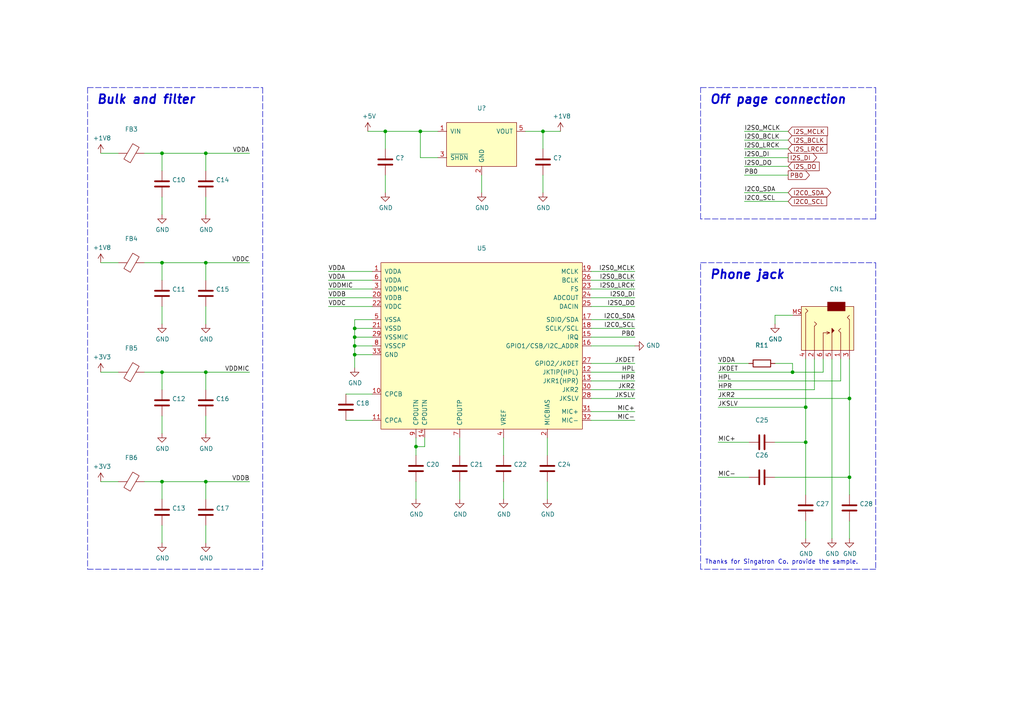
<source format=kicad_sch>
(kicad_sch (version 20211123) (generator eeschema)
  (paper "A4")
  (title_block (title "NuDAC") (date "2021-06-02") (rev "1.0.0") (company "DANCHOUZHOU") (comment 1 "Copyright © Danny Chou, all rights reserved.") (comment 2 "danchouzhou@gmail.com"))
  (lib_symbols
    (symbol "2SJ3080-000111F:2SJ3080-000111F" (pin_names (offset 1.016) hide)
      (property "Reference" "CN" (at 6.35 8.89 0))
      (property "Value" "2SJ3080-000111F" (at 6.35 6.35 0))
      (symbol "2SJ3080-000111F_0_1"
        (rectangle (start -1.27 2.54) (end 1.27 -2.54) (fill (type outline)))
        (polyline (pts (xy 1.905 -8.89) (xy 12.7 -8.89)))
        (polyline (pts (xy 3.81 3.81) (xy 12.7 3.81)))
        (polyline (pts (xy 5.715 -6.35) (xy 12.7 -6.35)))
        (polyline (pts (xy 6.35 -1.27) (xy 7.62 -1.27)) (stroke (width 0.2032)))
        (polyline (pts (xy 7.62 -3.81) (xy 12.7 -3.81)))
        (polyline (pts (xy 7.62 -1.905) (xy 8.001 -2.794)))
        (polyline (pts (xy 7.62 -1.27) (xy 12.7 -1.27)))
        (polyline (pts (xy 7.62 1.27) (xy 12.7 1.27)))
        (polyline (pts (xy 0.635 -8.89) (xy 1.27 -8.255) (xy 1.905 -8.89)))
        (polyline (pts (xy 2.54 3.81) (xy 3.175 3.175) (xy 3.81 3.81)))
        (polyline (pts (xy 4.445 -6.35) (xy 5.08 -5.715) (xy 5.715 -6.35)))
        (polyline (pts (xy 6.35 -1.27) (xy 6.985 -0.635) (xy 7.62 -1.27)) (fill (type outline)))
        (polyline (pts (xy 6.35 1.27) (xy 6.985 0.635) (xy 7.62 1.27)))
        (polyline (pts (xy 7.62 -3.81) (xy 7.62 -1.905) (xy 7.239 -2.794)))
        (rectangle (start 0 5.08) (end 12.7 -10.16) (fill (type background)))
      )
      (symbol "2SJ3080-000111F_1_1"
        (pin passive line (at 15.24 1.27 180) (length 2.54) (name "1") (number "1"))
        (pin passive line (at 15.24 -6.35 180) (length 2.54) (name "2") (number "2"))
        (pin passive line (at 15.24 3.81 180) (length 2.54) (name "3") (number "3"))
        (pin passive line (at 15.24 -8.89 180) (length 2.54) (name "4") (number "4"))
        (pin passive line (at 15.24 -1.27 180) (length 2.54) (name "5") (number "5"))
        (pin passive line (at 15.24 -3.81 180) (length 2.54) (name "6") (number "6"))
        (pin passive line (at 2.54 -12.7 90) (length 2.54) (name "MS") (number "MS"))
      )
    )
    (symbol "Device:C" (pin_numbers hide) (pin_names (offset 0.254))
      (property "Reference" "C" (at 0.635 2.54 0))
      (property "Value" "C" (at 0.635 -2.54 0))
      (symbol "C_0_1"
        (polyline (pts (xy -2.032 -0.762) (xy 2.032 -0.762)) (stroke (width 0.508)))
        (polyline (pts (xy -2.032 0.762) (xy 2.032 0.762)) (stroke (width 0.508)))
      )
      (symbol "C_1_1"
        (pin passive line (at 0 3.81 270) (length 2.794) (name "~") (number "1"))
        (pin passive line (at 0 -3.81 90) (length 2.794) (name "~") (number "2"))
      )
    )
    (symbol "Device:R" (pin_numbers hide) (pin_names (offset 0))
      (property "Reference" "R" (at 2.032 0 90))
      (property "Value" "R" (at 0 0 90))
      (symbol "R_0_1"
        (rectangle (start -1.016 -2.54) (end 1.016 2.54) (stroke (width 0.254)))
      )
      (symbol "R_1_1"
        (pin passive line (at 0 3.81 270) (length 1.27) (name "~") (number "1"))
        (pin passive line (at 0 -3.81 90) (length 1.27) (name "~") (number "2"))
      )
    )
    (symbol "MCP1811:MCP1812AT-018_OT" (pin_names (offset 1.016))
      (property "Reference" "U" (at 0 10.16 0))
      (property "Value" "MCP1812AT-018_OT" (at 0 7.62 0))
      (symbol "MCP1812AT-018_OT_0_0"
        (pin power_in line (at -12.7 3.81 0) (length 2.54) (name "VIN") (number "1"))
        (pin power_in line (at 0 -8.89 90) (length 2.54) (name "GND") (number "2"))
        (pin input line (at -12.7 -3.81 0) (length 2.54) (name "~{SHDN}") (number "3"))
        (pin output line (at 12.7 3.81 180) (length 2.54) (name "VOUT") (number "5"))
      )
      (symbol "MCP1812AT-018_OT_0_1"
        (rectangle (start -10.16 6.35) (end 10.16 -6.35) (fill (type background)))
      )
    )
    (symbol "NAU88L25YGB:NAU88L25YGB" (pin_names (offset 1.016))
      (property "Reference" "U" (at 0 27.94 0))
      (property "Value" "NAU88L25YGB" (at 0 25.4 0))
      (symbol "NAU88L25YGB_0_0"
        (pin bidirectional line (at -31.75 -13.97 0) (length 2.54) (name "CPCB") (number "10"))
        (pin bidirectional line (at -31.75 -21.59 0) (length 2.54) (name "CPCA") (number "11"))
        (pin output line (at 31.75 -7.62 180) (length 2.54) (name "JKTIP(HPL)") (number "12"))
        (pin output line (at 31.75 -10.16 180) (length 2.54) (name "JKR1(HPR)") (number "13"))
        (pin output line (at -16.51 -26.67 90) (length 2.54) (name "CPOUTN") (number "14"))
        (pin output line (at 31.75 2.54 180) (length 2.54) (name "IRQ") (number "15"))
        (pin bidirectional line (at 31.75 0 180) (length 2.54) (name "GPIO1/CSB/I2C_ADDR") (number "16"))
        (pin bidirectional line (at 31.75 7.62 180) (length 2.54) (name "SDIO/SDA") (number "17"))
        (pin input line (at 31.75 5.08 180) (length 2.54) (name "SCLK/SCL") (number "18"))
        (pin input line (at 31.75 21.59 180) (length 2.54) (name "MCLK") (number "19"))
        (pin power_in line (at -31.75 13.97 0) (length 2.54) (name "VDDB") (number "20"))
        (pin power_in line (at -31.75 5.08 0) (length 2.54) (name "VSSD") (number "21"))
        (pin power_in line (at -31.75 11.43 0) (length 2.54) (name "VDDC") (number "22"))
        (pin input line (at 31.75 16.51 180) (length 2.54) (name "FS") (number "23"))
        (pin output line (at 31.75 13.97 180) (length 2.54) (name "ADCOUT") (number "24"))
        (pin input line (at 31.75 11.43 180) (length 2.54) (name "DACIN") (number "25"))
        (pin input line (at 31.75 19.05 180) (length 2.54) (name "BCLK") (number "26"))
        (pin input line (at 31.75 -5.08 180) (length 2.54) (name "GPIO2/JKDET") (number "27"))
        (pin output line (at 31.75 -15.24 180) (length 2.54) (name "JKSLV") (number "28"))
        (pin power_in line (at -31.75 2.54 0) (length 2.54) (name "VSSMIC") (number "29"))
        (pin output line (at 31.75 -12.7 180) (length 2.54) (name "JKR2") (number "30"))
        (pin input line (at 31.75 -19.05 180) (length 2.54) (name "MIC+") (number "31"))
        (pin input line (at 31.75 -21.59 180) (length 2.54) (name "MIC-") (number "32"))
      )
      (symbol "NAU88L25YGB_0_1"
        (rectangle (start -29.21 24.13) (end 29.21 -24.13) (fill (type background)))
      )
      (symbol "NAU88L25YGB_1_1"
        (pin power_in line (at -31.75 21.59 0) (length 2.54) (name "VDDA") (number "1"))
        (pin output line (at 19.05 -26.67 90) (length 2.54) (name "MICBIAS") (number "2"))
        (pin power_in line (at -31.75 16.51 0) (length 2.54) (name "VDDMIC") (number "3"))
        (pin power_in line (at -31.75 -2.54 0) (length 2.54) (name "GND") (number "33"))
        (pin output line (at 6.35 -26.67 90) (length 2.54) (name "VREF") (number "4"))
        (pin power_in line (at -31.75 7.62 0) (length 2.54) (name "VSSA") (number "5"))
        (pin power_in line (at -31.75 19.05 0) (length 2.54) (name "VDDA") (number "6"))
        (pin output line (at -6.35 -26.67 90) (length 2.54) (name "CPOUTP") (number "7"))
        (pin power_in line (at -31.75 0 0) (length 2.54) (name "VSSCP") (number "8"))
        (pin output line (at -19.05 -26.67 90) (length 2.54) (name "CPOUTN") (number "9"))
      )
    )
    (symbol "NuDAC-rescue:+1V8-power" (power) (pin_names (offset 0))
      (property "Value" "+1V8-power" (at 0 3.556 0))
      (symbol "+1V8-power_0_1"
        (polyline (pts (xy -0.762 1.27) (xy 0 2.54)))
        (polyline (pts (xy 0 0) (xy 0 2.54)))
        (polyline (pts (xy 0 2.54) (xy 0.762 1.27)))
      )
      (symbol "+1V8-power_1_1"
        (pin power_in line (at 0 0 90) (length 0) hide (name "+1V8") (number "1"))
      )
    )
    (symbol "NuDAC-rescue:+5V-power" (power) (pin_names (offset 0))
      (property "Value" "+5V-power" (at 0 3.556 0))
      (symbol "+5V-power_0_1"
        (polyline (pts (xy -0.762 1.27) (xy 0 2.54)))
        (polyline (pts (xy 0 0) (xy 0 2.54)))
        (polyline (pts (xy 0 2.54) (xy 0.762 1.27)))
      )
      (symbol "+5V-power_1_1"
        (pin power_in line (at 0 0 90) (length 0) hide (name "+5V") (number "1"))
      )
    )
    (symbol "NuDAC-rescue:C-Device" (pin_numbers hide) (pin_names (offset 0.254))
      (property "Reference" "C" (at 0.635 2.54 0))
      (property "Value" "C-Device" (at 0.635 -2.54 0))
      (symbol "C-Device_0_1"
        (polyline (pts (xy -2.032 -0.762) (xy 2.032 -0.762)) (stroke (width 0.508)))
        (polyline (pts (xy -2.032 0.762) (xy 2.032 0.762)) (stroke (width 0.508)))
      )
      (symbol "C-Device_1_1"
        (pin passive line (at 0 3.81 270) (length 2.794) (name "~") (number "1"))
        (pin passive line (at 0 -3.81 90) (length 2.794) (name "~") (number "2"))
      )
    )
    (symbol "NuDAC-rescue:Ferrite_Bead-Device" (pin_numbers hide) (pin_names (offset 0))
      (property "Reference" "FB" (at -3.81 0.635 90))
      (property "Value" "Ferrite_Bead-Device" (at 3.81 0 90))
      (symbol "Ferrite_Bead-Device_0_1"
        (polyline (pts (xy 0 -1.27) (xy 0 -1.2192)))
        (polyline (pts (xy 0 1.27) (xy 0 1.2954)))
        (polyline (pts (xy -2.7686 0.4064) (xy -1.7018 2.2606) (xy 2.7686 -0.3048) (xy 1.6764 -2.159) (xy -2.7686 0.4064)))
      )
      (symbol "Ferrite_Bead-Device_1_1"
        (pin passive line (at 0 3.81 270) (length 2.54) (name "~") (number "1"))
        (pin passive line (at 0 -3.81 90) (length 2.54) (name "~") (number "2"))
      )
    )
    (symbol "NuDAC-rescue:GND-power" (power) (pin_names (offset 0))
      (property "Value" "GND-power" (at 0 -3.81 0))
      (symbol "GND-power_0_1"
        (polyline (pts (xy 0 0) (xy 0 -1.27) (xy 1.27 -1.27) (xy 0 -2.54) (xy -1.27 -1.27) (xy 0 -1.27)))
      )
      (symbol "GND-power_1_1"
        (pin power_in line (at 0 0 270) (length 0) hide (name "GND") (number "1"))
      )
    )
    (symbol "power:+3V3" (power) (pin_names (offset 0))
      (property "Value" "+3V3" (at 0 3.556 0))
      (symbol "+3V3_0_1"
        (polyline (pts (xy -0.762 1.27) (xy 0 2.54)))
        (polyline (pts (xy 0 0) (xy 0 2.54)))
        (polyline (pts (xy 0 2.54) (xy 0.762 1.27)))
      )
      (symbol "+3V3_1_1"
        (pin power_in line (at 0 0 90) (length 0) hide (name "+3V3") (number "1"))
      )
    )
    (symbol "power:GND" (power) (pin_names (offset 0))
      (property "Value" "GND" (at 0 -3.81 0))
      (symbol "GND_0_1"
        (polyline (pts (xy 0 0) (xy 0 -1.27) (xy 1.27 -1.27) (xy 0 -2.54) (xy -1.27 -1.27) (xy 0 -1.27)))
      )
      (symbol "GND_1_1"
        (pin power_in line (at 0 0 270) (length 0) hide (name "GND") (number "1"))
      )
    )
  )
  (junction (at 246.38 115.57))
  (junction (at 111.76 38.1))
  (junction (at 102.87 102.87))
  (junction (at 233.68 118.11))
  (junction (at 59.69 44.45))
  (junction (at 46.99 139.7))
  (junction (at 59.69 107.95))
  (junction (at 46.99 107.95))
  (junction (at 229.87 107.95))
  (junction (at 102.87 97.79))
  (junction (at 46.99 76.2))
  (junction (at 59.69 139.7))
  (junction (at 102.87 100.33))
  (junction (at 102.87 95.25))
  (junction (at 157.48 38.1))
  (junction (at 120.65 129.54))
  (junction (at 233.68 128.27))
  (junction (at 246.38 138.43))
  (junction (at 121.92 38.1))
  (junction (at 46.99 44.45))
  (junction (at 59.69 76.2))
  (wire (pts (xy 238.76 104.14) (xy 238.76 107.95)))
  (wire (pts (xy 102.87 100.33) (xy 107.95 100.33)))
  (polyline (pts (xy 25.4 25.4) (xy 76.2 25.4)))
  (wire (pts (xy 121.92 45.72) (xy 127 45.72)))
  (wire (pts (xy 208.28 115.57) (xy 246.38 115.57)))
  (wire (pts (xy 121.92 38.1) (xy 127 38.1)))
  (wire (pts (xy 146.05 144.78) (xy 146.05 139.7)))
  (wire (pts (xy 46.99 107.95) (xy 46.99 113.03)))
  (polyline (pts (xy 254 25.4) (xy 254 63.5)))
  (wire (pts (xy 59.69 157.48) (xy 59.69 152.4)))
  (wire (pts (xy 102.87 95.25) (xy 107.95 95.25)))
  (wire (pts (xy 133.35 127) (xy 133.35 132.08)))
  (wire (pts (xy 184.15 86.36) (xy 171.45 86.36)))
  (wire (pts (xy 224.79 128.27) (xy 233.68 128.27)))
  (wire (pts (xy 215.9 38.1) (xy 228.6 38.1)))
  (polyline (pts (xy 254 76.2) (xy 254 165.1)))
  (wire (pts (xy 208.28 107.95) (xy 229.87 107.95)))
  (polyline (pts (xy 203.2 165.1) (xy 203.2 76.2)))
  (wire (pts (xy 46.99 76.2) (xy 59.69 76.2)))
  (wire (pts (xy 215.9 40.64) (xy 228.6 40.64)))
  (wire (pts (xy 29.21 44.45) (xy 34.29 44.45)))
  (wire (pts (xy 46.99 107.95) (xy 59.69 107.95)))
  (wire (pts (xy 184.15 107.95) (xy 171.45 107.95)))
  (wire (pts (xy 157.48 38.1) (xy 157.48 43.18)))
  (wire (pts (xy 72.39 107.95) (xy 59.69 107.95)))
  (wire (pts (xy 95.25 88.9) (xy 107.95 88.9)))
  (wire (pts (xy 215.9 43.18) (xy 228.6 43.18)))
  (wire (pts (xy 233.68 156.21) (xy 233.68 151.13)))
  (wire (pts (xy 72.39 139.7) (xy 59.69 139.7)))
  (wire (pts (xy 59.69 44.45) (xy 59.69 49.53)))
  (wire (pts (xy 217.17 128.27) (xy 208.28 128.27)))
  (wire (pts (xy 59.69 139.7) (xy 59.69 144.78)))
  (wire (pts (xy 171.45 92.71) (xy 184.15 92.71)))
  (polyline (pts (xy 254 165.1) (xy 203.2 165.1)))
  (wire (pts (xy 184.15 81.28) (xy 171.45 81.28)))
  (wire (pts (xy 224.79 93.98) (xy 224.79 91.44)))
  (wire (pts (xy 120.65 144.78) (xy 120.65 139.7)))
  (wire (pts (xy 46.99 76.2) (xy 46.99 81.28)))
  (wire (pts (xy 158.75 127) (xy 158.75 132.08)))
  (wire (pts (xy 224.79 138.43) (xy 246.38 138.43)))
  (wire (pts (xy 184.15 78.74) (xy 171.45 78.74)))
  (wire (pts (xy 224.79 91.44) (xy 229.87 91.44)))
  (wire (pts (xy 106.68 38.1) (xy 111.76 38.1)))
  (wire (pts (xy 208.28 110.49) (xy 243.84 110.49)))
  (wire (pts (xy 102.87 97.79) (xy 102.87 100.33)))
  (wire (pts (xy 243.84 104.14) (xy 243.84 110.49)))
  (wire (pts (xy 184.15 100.33) (xy 171.45 100.33)))
  (wire (pts (xy 236.22 104.14) (xy 236.22 113.03)))
  (wire (pts (xy 72.39 44.45) (xy 59.69 44.45)))
  (wire (pts (xy 111.76 38.1) (xy 111.76 43.18)))
  (wire (pts (xy 121.92 38.1) (xy 121.92 45.72)))
  (wire (pts (xy 215.9 45.72) (xy 228.6 45.72)))
  (polyline (pts (xy 203.2 63.5) (xy 203.2 25.4)))
  (wire (pts (xy 139.7 50.8) (xy 139.7 55.88)))
  (wire (pts (xy 241.3 104.14) (xy 241.3 156.21)))
  (wire (pts (xy 217.17 105.41) (xy 208.28 105.41)))
  (wire (pts (xy 46.99 139.7) (xy 59.69 139.7)))
  (wire (pts (xy 46.99 44.45) (xy 46.99 49.53)))
  (wire (pts (xy 111.76 38.1) (xy 121.92 38.1)))
  (wire (pts (xy 46.99 44.45) (xy 59.69 44.45)))
  (polyline (pts (xy 76.2 25.4) (xy 76.2 165.1)))
  (wire (pts (xy 208.28 138.43) (xy 217.17 138.43)))
  (wire (pts (xy 72.39 76.2) (xy 59.69 76.2)))
  (wire (pts (xy 46.99 44.45) (xy 41.91 44.45)))
  (wire (pts (xy 157.48 55.88) (xy 157.48 50.8)))
  (wire (pts (xy 228.6 55.88) (xy 215.9 55.88)))
  (wire (pts (xy 111.76 55.88) (xy 111.76 50.8)))
  (wire (pts (xy 46.99 88.9) (xy 46.99 93.98)))
  (wire (pts (xy 133.35 144.78) (xy 133.35 139.7)))
  (wire (pts (xy 123.19 129.54) (xy 123.19 127)))
  (wire (pts (xy 246.38 115.57) (xy 246.38 138.43)))
  (wire (pts (xy 59.69 76.2) (xy 59.69 81.28)))
  (wire (pts (xy 59.69 62.23) (xy 59.69 57.15)))
  (wire (pts (xy 46.99 139.7) (xy 46.99 144.78)))
  (wire (pts (xy 184.15 121.92) (xy 171.45 121.92)))
  (wire (pts (xy 184.15 110.49) (xy 171.45 110.49)))
  (wire (pts (xy 95.25 83.82) (xy 107.95 83.82)))
  (polyline (pts (xy 25.4 25.4) (xy 25.4 165.1)))
  (wire (pts (xy 46.99 139.7) (xy 41.91 139.7)))
  (wire (pts (xy 152.4 38.1) (xy 157.48 38.1)))
  (wire (pts (xy 228.6 58.42) (xy 215.9 58.42)))
  (polyline (pts (xy 203.2 76.2) (xy 254 76.2)))
  (wire (pts (xy 184.15 83.82) (xy 171.45 83.82)))
  (wire (pts (xy 59.69 107.95) (xy 59.69 113.03)))
  (wire (pts (xy 46.99 107.95) (xy 41.91 107.95)))
  (wire (pts (xy 107.95 92.71) (xy 102.87 92.71)))
  (wire (pts (xy 146.05 127) (xy 146.05 132.08)))
  (wire (pts (xy 162.56 38.1) (xy 157.48 38.1)))
  (wire (pts (xy 46.99 76.2) (xy 41.91 76.2)))
  (wire (pts (xy 102.87 95.25) (xy 102.87 97.79)))
  (wire (pts (xy 29.21 76.2) (xy 34.29 76.2)))
  (wire (pts (xy 46.99 120.65) (xy 46.99 125.73)))
  (polyline (pts (xy 254 63.5) (xy 203.2 63.5)))
  (wire (pts (xy 100.33 121.92) (xy 107.95 121.92)))
  (wire (pts (xy 102.87 102.87) (xy 102.87 106.68)))
  (wire (pts (xy 224.79 105.41) (xy 229.87 105.41)))
  (wire (pts (xy 95.25 78.74) (xy 107.95 78.74)))
  (wire (pts (xy 171.45 95.25) (xy 184.15 95.25)))
  (wire (pts (xy 233.68 104.14) (xy 233.68 118.11)))
  (wire (pts (xy 100.33 114.3) (xy 107.95 114.3)))
  (wire (pts (xy 158.75 144.78) (xy 158.75 139.7)))
  (wire (pts (xy 229.87 105.41) (xy 229.87 107.95)))
  (wire (pts (xy 184.15 88.9) (xy 171.45 88.9)))
  (wire (pts (xy 215.9 48.26) (xy 228.6 48.26)))
  (wire (pts (xy 120.65 129.54) (xy 123.19 129.54)))
  (wire (pts (xy 102.87 102.87) (xy 107.95 102.87)))
  (wire (pts (xy 59.69 125.73) (xy 59.69 120.65)))
  (wire (pts (xy 102.87 100.33) (xy 102.87 102.87)))
  (wire (pts (xy 246.38 156.21) (xy 246.38 151.13)))
  (wire (pts (xy 120.65 129.54) (xy 120.65 132.08)))
  (wire (pts (xy 184.15 115.57) (xy 171.45 115.57)))
  (wire (pts (xy 46.99 57.15) (xy 46.99 62.23)))
  (wire (pts (xy 120.65 127) (xy 120.65 129.54)))
  (wire (pts (xy 208.28 113.03) (xy 236.22 113.03)))
  (wire (pts (xy 184.15 105.41) (xy 171.45 105.41)))
  (wire (pts (xy 29.21 139.7) (xy 34.29 139.7)))
  (wire (pts (xy 233.68 118.11) (xy 208.28 118.11)))
  (wire (pts (xy 102.87 92.71) (xy 102.87 95.25)))
  (wire (pts (xy 95.25 81.28) (xy 107.95 81.28)))
  (wire (pts (xy 184.15 113.03) (xy 171.45 113.03)))
  (wire (pts (xy 46.99 152.4) (xy 46.99 157.48)))
  (wire (pts (xy 184.15 97.79) (xy 171.45 97.79)))
  (wire (pts (xy 233.68 128.27) (xy 233.68 143.51)))
  (wire (pts (xy 246.38 104.14) (xy 246.38 115.57)))
  (wire (pts (xy 59.69 93.98) (xy 59.69 88.9)))
  (wire (pts (xy 29.21 107.95) (xy 34.29 107.95)))
  (wire (pts (xy 184.15 119.38) (xy 171.45 119.38)))
  (wire (pts (xy 95.25 86.36) (xy 107.95 86.36)))
  (wire (pts (xy 102.87 97.79) (xy 107.95 97.79)))
  (wire (pts (xy 233.68 118.11) (xy 233.68 128.27)))
  (wire (pts (xy 229.87 107.95) (xy 238.76 107.95)))
  (polyline (pts (xy 203.2 25.4) (xy 254 25.4)))
  (polyline (pts (xy 25.4 165.1) (xy 76.2 165.1)))
  (wire (pts (xy 246.38 138.43) (xy 246.38 143.51)))
  (wire (pts (xy 215.9 50.8) (xy 228.6 50.8)))
  (text "Off page connection" (at 205.74 30.48 0) (effects (font (size 2.54 2.54) (thickness 0.508) bold italic) (justify left bottom)))
  (text "Bulk and filter" (at 27.94 30.48 0) (effects (font (size 2.54 2.54) (thickness 0.508) bold italic) (justify left bottom)))
  (text "Thanks for Singatron Co. provide the sample." (at 204.47 163.83 0) (effects (font (size 1.27 1.27)) (justify left bottom)))
  (text "Phone jack" (at 205.74 81.28 0) (effects (font (size 2.54 2.54) (thickness 0.508) bold italic) (justify left bottom)))
  (label "VDDC" (at 95.25 88.9 0))
  (label "JKSLV" (at 184.15 115.57 180))
  (label "VDDA" (at 72.39 44.45 180))
  (label "VDDB" (at 72.39 139.7 180))
  (label "I2S0_MCLK" (at 215.9 38.1 0))
  (label "I2S0_DI" (at 184.15 86.36 180))
  (label "I2S0_DO" (at 215.9 48.26 0))
  (label "JKDET" (at 184.15 105.41 180))
  (label "I2S0_BCLK" (at 215.9 40.64 0))
  (label "HPL" (at 184.15 107.95 180))
  (label "MIC+" (at 208.28 128.27 0))
  (label "HPL" (at 208.28 110.49 0))
  (label "VDDA" (at 95.25 81.28 0))
  (label "I2S0_DI" (at 215.9 45.72 0))
  (label "MIC-" (at 208.28 138.43 0))
  (label "MIC+" (at 184.15 119.38 180))
  (label "I2C0_SDA" (at 184.15 92.71 180))
  (label "I2S0_BCLK" (at 184.15 81.28 180))
  (label "I2C0_SCL" (at 184.15 95.25 180))
  (label "MIC-" (at 184.15 121.92 180))
  (label "I2C0_SCL" (at 215.9 58.42 0))
  (label "HPR" (at 184.15 110.49 180))
  (label "PB0" (at 215.9 50.8 0))
  (label "I2S0_LRCK" (at 184.15 83.82 180))
  (label "I2S0_DO" (at 184.15 88.9 180))
  (label "I2S0_LRCK" (at 215.9 43.18 0))
  (label "VDDB" (at 95.25 86.36 0))
  (label "HPR" (at 208.28 113.03 0))
  (label "I2C0_SDA" (at 215.9 55.88 0))
  (label "VDDA" (at 208.28 105.41 0))
  (label "I2S0_MCLK" (at 184.15 78.74 180))
  (label "VDDA" (at 95.25 78.74 0))
  (label "JKR2" (at 184.15 113.03 180))
  (label "JKSLV" (at 208.28 118.11 0))
  (label "VDDMIC" (at 95.25 83.82 0))
  (label "JKR2" (at 208.28 115.57 0))
  (label "JKDET" (at 208.28 107.95 0))
  (label "PB0" (at 184.15 97.79 180))
  (label "VDDMIC" (at 72.39 107.95 180))
  (label "VDDC" (at 72.39 76.2 180))
  (global_label "I2S_MCLK" (shape input) (at 228.6 38.1 0) (property "Intersheet References" "${INTERSHEET_REFS}" (effects hide)))
  (global_label "I2S_LRCK" (shape input) (at 228.6 43.18 0) (property "Intersheet References" "${INTERSHEET_REFS}" (effects hide)))
  (global_label "I2S_BCLK" (shape input) (at 228.6 40.64 0) (property "Intersheet References" "${INTERSHEET_REFS}" (effects hide)))
  (global_label "I2S_DO" (shape input) (at 228.6 48.26 0) (property "Intersheet References" "${INTERSHEET_REFS}" (effects hide)))
  (global_label "I2C0_SCL" (shape input) (at 228.6 58.42 0) (property "Intersheet References" "${INTERSHEET_REFS}" (effects hide)))
  (global_label "I2S_DI" (shape output) (at 228.6 45.72 0) (property "Intersheet References" "${INTERSHEET_REFS}" (effects hide)))
  (global_label "PB0" (shape output) (at 228.6 50.8 0) (property "Intersheet References" "${INTERSHEET_REFS}" (effects hide)))
  (global_label "I2C0_SDA" (shape bidirectional) (at 228.6 55.88 0) (property "Intersheet References" "${INTERSHEET_REFS}" (effects hide)))
  (symbol (lib_id "NuDAC-rescue:C-Device") (at 133.35 135.89 0) (unit 1)
    (property "Reference" "C21" (at 136.271 134.7216 0) (effects (justify left)))
  )
  (symbol (lib_id "NuDAC-rescue:C-Device") (at 146.05 135.89 0) (unit 1)
    (property "Reference" "C22" (at 148.971 134.7216 0) (effects (justify left)))
  )
  (symbol (lib_id "NuDAC-rescue:C-Device") (at 158.75 135.89 0) (unit 1)
    (property "Reference" "C24" (at 161.671 134.7216 0) (effects (justify left)))
  )
  (symbol (lib_id "NuDAC-rescue:C-Device") (at 120.65 135.89 0) (unit 1)
    (property "Reference" "C20" (at 123.571 134.7216 0) (effects (justify left)))
  )
  (symbol (lib_id "NuDAC-rescue:C-Device") (at 100.33 118.11 0) (unit 1)
    (property "Reference" "C18" (at 103.251 116.9416 0) (effects (justify left)))
  )
  (symbol (lib_id "NuDAC-rescue:GND-power") (at 133.35 144.78 0) (unit 1)
    (property "Reference" "#PWR043" (effects hide))
  )
  (symbol (lib_id "NuDAC-rescue:GND-power") (at 146.05 144.78 0) (unit 1)
    (property "Reference" "#PWR045" (effects hide))
  )
  (symbol (lib_id "NuDAC-rescue:GND-power") (at 158.75 144.78 0) (unit 1)
    (property "Reference" "#PWR047" (effects hide))
  )
  (symbol (lib_id "NuDAC-rescue:GND-power") (at 120.65 144.78 0) (unit 1)
    (property "Reference" "#PWR042" (effects hide))
  )
  (symbol (lib_id "NuDAC-rescue:GND-power") (at 102.87 106.68 0) (unit 1)
    (property "Reference" "#PWR039" (effects hide))
  )
  (symbol (lib_id "NuDAC-rescue:GND-power") (at 184.15 100.33 90) (unit 1)
    (property "Reference" "#PWR049" (effects hide))
  )
  (symbol (lib_id "NAU88L25YGB:NAU88L25YGB") (at 139.7 100.33 0) (unit 1)
    (property "Reference" "U5" (at 139.7 72.009 0))
  )
  (symbol (lib_id "NuDAC-rescue:C-Device") (at 111.76 46.99 0) (unit 1)
    (property "Reference" "C?" (at 114.681 45.8216 0) (effects (justify left)))
  )
  (symbol (lib_id "MCP1811:MCP1812AT-018_OT") (at 139.7 41.91 0) (unit 1)
    (property "Reference" "U?" (at 139.7 31.369 0))
  )
  (symbol (lib_id "NuDAC-rescue:GND-power") (at 111.76 55.88 0) (unit 1)
    (property "Reference" "#PWR?" (effects hide))
  )
  (symbol (lib_id "NuDAC-rescue:GND-power") (at 139.7 55.88 0) (unit 1)
    (property "Reference" "#PWR?" (effects hide))
  )
  (symbol (lib_id "NuDAC-rescue:C-Device") (at 157.48 46.99 0) (unit 1)
    (property "Reference" "C?" (at 160.401 45.8216 0) (effects (justify left)))
  )
  (symbol (lib_id "NuDAC-rescue:GND-power") (at 157.48 55.88 0) (unit 1)
    (property "Reference" "#PWR?" (effects hide))
  )
  (symbol (lib_id "NuDAC-rescue:+5V-power") (at 106.68 38.1 0) (unit 1)
    (property "Reference" "#PWR?" (effects hide))
  )
  (symbol (lib_id "NuDAC-rescue:+1V8-power") (at 162.56 38.1 0) (unit 1)
    (property "Reference" "#PWR?" (effects hide))
  )
  (symbol (lib_id "NuDAC-rescue:Ferrite_Bead-Device") (at 38.1 44.45 270) (unit 1)
    (property "Reference" "FB3" (at 38.1 37.4904 90))
  )
  (symbol (lib_id "NuDAC-rescue:C-Device") (at 46.99 53.34 0) (unit 1)
    (property "Reference" "C10" (at 49.911 52.1716 0) (effects (justify left)))
  )
  (symbol (lib_id "NuDAC-rescue:C-Device") (at 59.69 53.34 0) (unit 1)
    (property "Reference" "C14" (at 62.611 52.1716 0) (effects (justify left)))
  )
  (symbol (lib_id "NuDAC-rescue:GND-power") (at 46.99 62.23 0) (unit 1)
    (property "Reference" "#PWR031" (effects hide))
  )
  (symbol (lib_id "NuDAC-rescue:GND-power") (at 59.69 62.23 0) (unit 1)
    (property "Reference" "#PWR035" (effects hide))
  )
  (symbol (lib_id "NuDAC-rescue:Ferrite_Bead-Device") (at 38.1 76.2 270) (unit 1)
    (property "Reference" "FB4" (at 38.1 69.2404 90))
  )
  (symbol (lib_id "NuDAC-rescue:C-Device") (at 46.99 85.09 0) (unit 1)
    (property "Reference" "C11" (at 49.911 83.9216 0) (effects (justify left)))
  )
  (symbol (lib_id "NuDAC-rescue:C-Device") (at 59.69 85.09 0) (unit 1)
    (property "Reference" "C15" (at 62.611 83.9216 0) (effects (justify left)))
  )
  (symbol (lib_id "NuDAC-rescue:GND-power") (at 46.99 93.98 0) (unit 1)
    (property "Reference" "#PWR032" (effects hide))
  )
  (symbol (lib_id "NuDAC-rescue:GND-power") (at 59.69 93.98 0) (unit 1)
    (property "Reference" "#PWR036" (effects hide))
  )
  (symbol (lib_id "NuDAC-rescue:Ferrite_Bead-Device") (at 38.1 107.95 270) (unit 1)
    (property "Reference" "FB5" (at 38.1 100.9904 90))
  )
  (symbol (lib_id "NuDAC-rescue:C-Device") (at 46.99 116.84 0) (unit 1)
    (property "Reference" "C12" (at 49.911 115.6716 0) (effects (justify left)))
  )
  (symbol (lib_id "NuDAC-rescue:C-Device") (at 59.69 116.84 0) (unit 1)
    (property "Reference" "C16" (at 62.611 115.6716 0) (effects (justify left)))
  )
  (symbol (lib_id "NuDAC-rescue:GND-power") (at 46.99 125.73 0) (unit 1)
    (property "Reference" "#PWR033" (effects hide))
  )
  (symbol (lib_id "NuDAC-rescue:GND-power") (at 59.69 125.73 0) (unit 1)
    (property "Reference" "#PWR037" (effects hide))
  )
  (symbol (lib_id "NuDAC-rescue:Ferrite_Bead-Device") (at 38.1 139.7 270) (unit 1)
    (property "Reference" "FB6" (at 38.1 132.7404 90))
  )
  (symbol (lib_id "NuDAC-rescue:C-Device") (at 46.99 148.59 0) (unit 1)
    (property "Reference" "C13" (at 49.911 147.4216 0) (effects (justify left)))
  )
  (symbol (lib_id "NuDAC-rescue:C-Device") (at 59.69 148.59 0) (unit 1)
    (property "Reference" "C17" (at 62.611 147.4216 0) (effects (justify left)))
  )
  (symbol (lib_id "NuDAC-rescue:GND-power") (at 46.99 157.48 0) (unit 1)
    (property "Reference" "#PWR034" (effects hide))
  )
  (symbol (lib_id "NuDAC-rescue:GND-power") (at 59.69 157.48 0) (unit 1)
    (property "Reference" "#PWR038" (effects hide))
  )
  (symbol (lib_id "NuDAC-rescue:+1V8-power") (at 29.21 44.45 0) (unit 1)
    (property "Reference" "#PWR?" (effects hide))
  )
  (symbol (lib_id "NuDAC-rescue:+1V8-power") (at 29.21 76.2 0) (unit 1)
    (property "Reference" "#PWR?" (effects hide))
  )
  (symbol (lib_id "power:+3V3") (at 29.21 107.95 0) (unit 1)
    (property "Reference" "#PWR0102" (effects hide))
  )
  (symbol (lib_id "power:+3V3") (at 29.21 139.7 0) (unit 1)
    (property "Reference" "#PWR0103" (effects hide))
  )
  (symbol (lib_id "power:GND") (at 224.79 93.98 0) (unit 1)
    (property "Reference" "#PWR050" (effects hide))
  )
  (symbol (lib_id "Device:C") (at 220.98 128.27 270) (unit 1)
    (property "Reference" "C25" (at 220.98 121.8692 90))
  )
  (symbol (lib_id "Device:C") (at 220.98 138.43 270) (unit 1)
    (property "Reference" "C26" (at 220.98 132.0292 90))
  )
  (symbol (lib_id "Device:C") (at 233.68 147.32 0) (unit 1)
    (property "Reference" "C27" (at 236.601 146.1516 0) (effects (justify left)))
  )
  (symbol (lib_id "Device:C") (at 246.38 147.32 0) (unit 1)
    (property "Reference" "C28" (at 249.301 146.1516 0) (effects (justify left)))
  )
  (symbol (lib_id "power:GND") (at 233.68 156.21 0) (unit 1)
    (property "Reference" "#PWR051" (effects hide))
  )
  (symbol (lib_id "power:GND") (at 246.38 156.21 0) (unit 1)
    (property "Reference" "#PWR053" (effects hide))
  )
  (symbol (lib_id "power:GND") (at 241.3 156.21 0) (unit 1)
    (property "Reference" "#PWR052" (effects hide))
  )
  (symbol (lib_id "2SJ3080-000111F:2SJ3080-000111F") (at 242.57 88.9 270) (unit 1)
    (property "Reference" "CN1" (at 242.57 83.82 90))
  )
  (symbol (lib_id "Device:R") (at 220.98 105.41 270) (unit 1)
    (property "Reference" "R11" (at 220.98 100.1522 90))
  )
)
</source>
